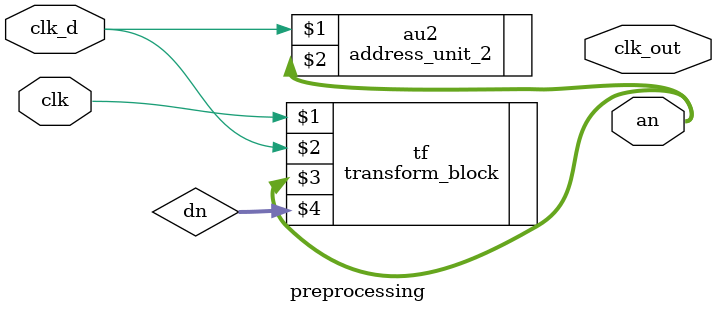
<source format=v>
`timescale 1ns / 1ps


module preprocessing(clk,clk_d,an,clk_out);
    input clk,clk_d;
    output [31:0] an;
    output clk_out;
    
    
    wire [31:0] dn;
    transform_block tf(clk,clk_d,an,dn);
    //Load counter ki value fix ni h
    address_unit_2 au2(clk_d,an);
endmodule

</source>
